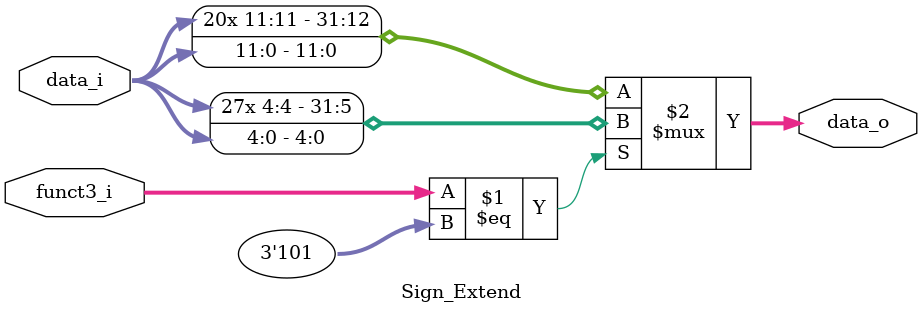
<source format=v>
module Sign_Extend (
    data_i,
    funct3_i,
    data_o
);

input  [11:0]  data_i;
input  [2:0]  funct3_i;
output [31:0]  data_o;

/*if (funct3_i == 3'b101) 
    assign data_o = { {27{data_i[4]}}, data_i[4:0] };    //srai 5bit extend
    
else if (funct3_i == 3'b000) 
    assign data_o = { {20{data_i[11]}}, data_i };   // addi 12bit extend*/


assign data_o = (funct3_i == 3'b101) ? { {27{data_i[4]}}, data_i[4:0] }: { {20{data_i[11]}}, data_i };
    
 

endmodule
</source>
